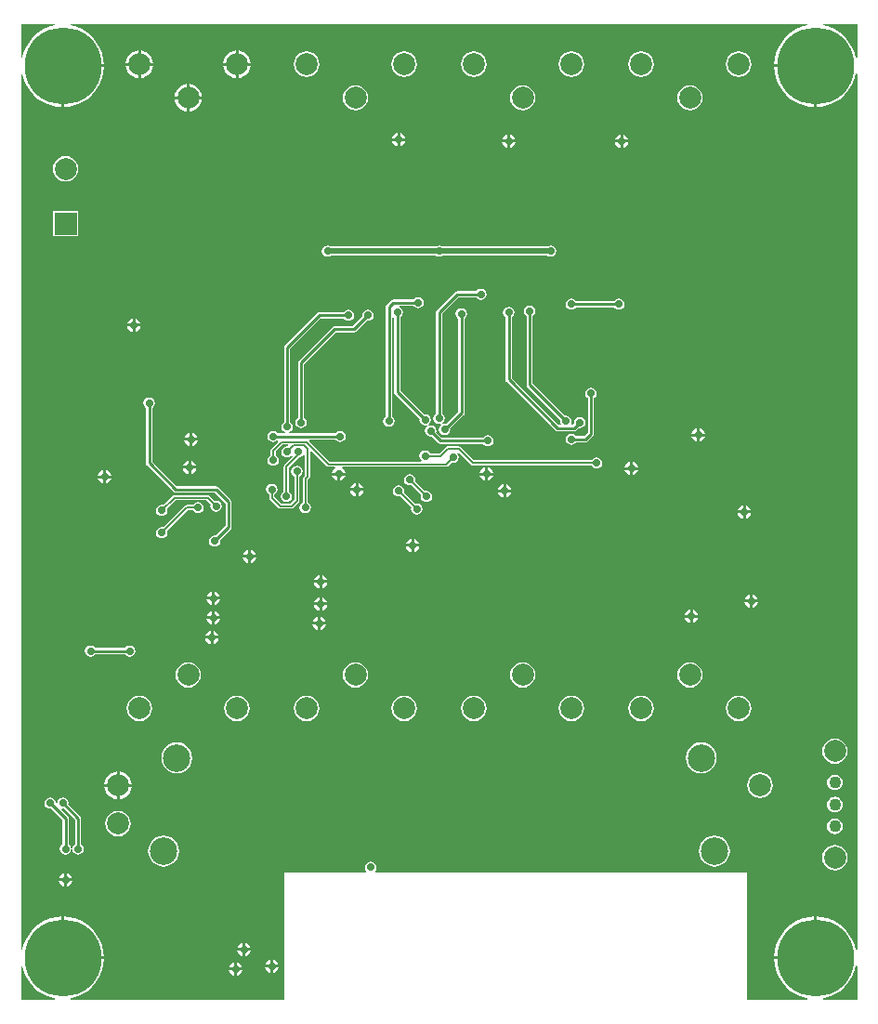
<source format=gbl>
G04*
G04 #@! TF.GenerationSoftware,Altium Limited,Altium Designer,19.1.8 (144)*
G04*
G04 Layer_Physical_Order=2*
G04 Layer_Color=16711680*
%FSLAX25Y25*%
%MOIN*%
G70*
G01*
G75*
%ADD14C,0.01000*%
%ADD18C,0.00600*%
%ADD19C,0.02000*%
%ADD57C,0.04331*%
%ADD58C,0.07874*%
%ADD59C,0.09843*%
%ADD60C,0.27559*%
%ADD61R,0.07874X0.07874*%
%ADD62C,0.02800*%
G36*
X112086Y449500D02*
X110419Y449100D01*
X108270Y448209D01*
X106286Y446994D01*
X104517Y445483D01*
X103006Y443714D01*
X101791Y441730D01*
X100900Y439581D01*
X100500Y437914D01*
X100000Y437973D01*
Y450000D01*
X112027D01*
X112086Y449500D01*
D02*
G37*
G36*
X400000Y437973D02*
X399500Y437914D01*
X399100Y439581D01*
X398209Y441730D01*
X396994Y443714D01*
X395483Y445483D01*
X393714Y446994D01*
X391730Y448209D01*
X389581Y449100D01*
X387914Y449500D01*
X387973Y450000D01*
X400000D01*
Y437973D01*
D02*
G37*
G36*
X382086Y449500D02*
X380419Y449100D01*
X378270Y448209D01*
X376286Y446994D01*
X374517Y445483D01*
X373006Y443714D01*
X371791Y441730D01*
X370900Y439581D01*
X370357Y437319D01*
X370214Y435500D01*
X385000D01*
Y435000D01*
X385500D01*
Y420214D01*
X387319Y420357D01*
X389581Y420900D01*
X391730Y421791D01*
X393714Y423006D01*
X395483Y424517D01*
X396994Y426286D01*
X398209Y428269D01*
X399100Y430419D01*
X399500Y432086D01*
X400000Y432027D01*
Y117973D01*
X399500Y117914D01*
X399100Y119581D01*
X398209Y121730D01*
X396994Y123714D01*
X395483Y125483D01*
X393714Y126994D01*
X391730Y128209D01*
X389581Y129100D01*
X387319Y129643D01*
X385500Y129786D01*
Y115000D01*
X385000D01*
Y114500D01*
X370214D01*
X370357Y112681D01*
X370900Y110419D01*
X371791Y108270D01*
X373006Y106286D01*
X374517Y104517D01*
X376286Y103006D01*
X378270Y101791D01*
X380419Y100900D01*
X382086Y100500D01*
X382027Y100000D01*
X360649D01*
X360649Y145000D01*
X360459Y145459D01*
X360000Y145649D01*
X227162Y145649D01*
X227003Y146149D01*
X227384Y146720D01*
X227539Y147500D01*
X227384Y148280D01*
X226942Y148942D01*
X226280Y149384D01*
X225500Y149539D01*
X224720Y149384D01*
X224058Y148942D01*
X223616Y148280D01*
X223461Y147500D01*
X223616Y146720D01*
X223997Y146149D01*
X223838Y145649D01*
X195000D01*
X194541Y145459D01*
X194351Y145000D01*
X194351Y100000D01*
X117973D01*
X117914Y100500D01*
X119581Y100900D01*
X121730Y101791D01*
X123714Y103006D01*
X125483Y104517D01*
X126994Y106286D01*
X128209Y108270D01*
X129100Y110419D01*
X129643Y112681D01*
X129786Y114500D01*
X115000D01*
Y115000D01*
X114500D01*
Y129786D01*
X112681Y129643D01*
X110419Y129100D01*
X108270Y128209D01*
X106286Y126994D01*
X104517Y125483D01*
X103006Y123714D01*
X101791Y121730D01*
X100900Y119581D01*
X100500Y117914D01*
X100000Y117973D01*
Y432027D01*
X100500Y432086D01*
X100900Y430419D01*
X101791Y428269D01*
X103006Y426286D01*
X104517Y424517D01*
X106286Y423006D01*
X108270Y421791D01*
X110419Y420900D01*
X112681Y420357D01*
X114500Y420214D01*
Y435000D01*
X115000D01*
Y435500D01*
X129786D01*
X129643Y437319D01*
X129100Y439581D01*
X128209Y441730D01*
X126994Y443714D01*
X125483Y445483D01*
X123714Y446994D01*
X121730Y448209D01*
X119581Y449100D01*
X117914Y449500D01*
X117973Y450000D01*
X382027D01*
X382086Y449500D01*
D02*
G37*
G36*
X400000Y112027D02*
Y100000D01*
X387973D01*
X387914Y100500D01*
X389581Y100900D01*
X391730Y101791D01*
X393714Y103006D01*
X395483Y104517D01*
X396994Y106286D01*
X398209Y108270D01*
X399100Y110419D01*
X399500Y112086D01*
X400000Y112027D01*
D02*
G37*
G36*
X100900Y110419D02*
X101791Y108270D01*
X103006Y106286D01*
X104517Y104517D01*
X106286Y103006D01*
X108270Y101791D01*
X110419Y100900D01*
X112086Y100500D01*
X112027Y100000D01*
X100000D01*
Y112027D01*
X100500Y112086D01*
X100900Y110419D01*
D02*
G37*
%LPC*%
G36*
X178000Y440426D02*
Y436012D01*
X182414D01*
X182310Y436801D01*
X181813Y438002D01*
X181021Y439033D01*
X179990Y439824D01*
X178789Y440322D01*
X178000Y440426D01*
D02*
G37*
G36*
X177000D02*
X176211Y440322D01*
X175010Y439824D01*
X173979Y439033D01*
X173187Y438002D01*
X172690Y436801D01*
X172586Y436012D01*
X177000D01*
Y440426D01*
D02*
G37*
G36*
X143000D02*
Y436012D01*
X147414D01*
X147310Y436801D01*
X146812Y438002D01*
X146021Y439033D01*
X144990Y439824D01*
X143789Y440322D01*
X143000Y440426D01*
D02*
G37*
G36*
X142000D02*
X141211Y440322D01*
X140010Y439824D01*
X138979Y439033D01*
X138188Y438002D01*
X137690Y436801D01*
X137586Y436012D01*
X142000D01*
Y440426D01*
D02*
G37*
G36*
X357500Y440088D02*
X356316Y439932D01*
X355212Y439475D01*
X354264Y438748D01*
X353537Y437800D01*
X353080Y436696D01*
X352924Y435512D01*
X353080Y434327D01*
X353537Y433224D01*
X354264Y432276D01*
X355212Y431549D01*
X356316Y431092D01*
X357500Y430936D01*
X358684Y431092D01*
X359788Y431549D01*
X360736Y432276D01*
X361463Y433224D01*
X361920Y434327D01*
X362076Y435512D01*
X361920Y436696D01*
X361463Y437800D01*
X360736Y438748D01*
X359788Y439475D01*
X358684Y439932D01*
X357500Y440088D01*
D02*
G37*
G36*
X322500D02*
X321316Y439932D01*
X320212Y439475D01*
X319264Y438748D01*
X318537Y437800D01*
X318080Y436696D01*
X317924Y435512D01*
X318080Y434327D01*
X318537Y433224D01*
X319264Y432276D01*
X320212Y431549D01*
X321316Y431092D01*
X322500Y430936D01*
X323684Y431092D01*
X324788Y431549D01*
X325736Y432276D01*
X326463Y433224D01*
X326920Y434327D01*
X327076Y435512D01*
X326920Y436696D01*
X326463Y437800D01*
X325736Y438748D01*
X324788Y439475D01*
X323684Y439932D01*
X322500Y440088D01*
D02*
G37*
G36*
X297500D02*
X296316Y439932D01*
X295212Y439475D01*
X294264Y438748D01*
X293537Y437800D01*
X293080Y436696D01*
X292924Y435512D01*
X293080Y434327D01*
X293537Y433224D01*
X294264Y432276D01*
X295212Y431549D01*
X296316Y431092D01*
X297500Y430936D01*
X298684Y431092D01*
X299788Y431549D01*
X300736Y432276D01*
X301463Y433224D01*
X301920Y434327D01*
X302076Y435512D01*
X301920Y436696D01*
X301463Y437800D01*
X300736Y438748D01*
X299788Y439475D01*
X298684Y439932D01*
X297500Y440088D01*
D02*
G37*
G36*
X262500D02*
X261316Y439932D01*
X260212Y439475D01*
X259264Y438748D01*
X258537Y437800D01*
X258080Y436696D01*
X257924Y435512D01*
X258080Y434327D01*
X258537Y433224D01*
X259264Y432276D01*
X260212Y431549D01*
X261316Y431092D01*
X262500Y430936D01*
X263684Y431092D01*
X264788Y431549D01*
X265736Y432276D01*
X266463Y433224D01*
X266920Y434327D01*
X267076Y435512D01*
X266920Y436696D01*
X266463Y437800D01*
X265736Y438748D01*
X264788Y439475D01*
X263684Y439932D01*
X262500Y440088D01*
D02*
G37*
G36*
X237500D02*
X236316Y439932D01*
X235212Y439475D01*
X234264Y438748D01*
X233537Y437800D01*
X233080Y436696D01*
X232924Y435512D01*
X233080Y434327D01*
X233537Y433224D01*
X234264Y432276D01*
X235212Y431549D01*
X236316Y431092D01*
X237500Y430936D01*
X238684Y431092D01*
X239788Y431549D01*
X240736Y432276D01*
X241463Y433224D01*
X241920Y434327D01*
X242076Y435512D01*
X241920Y436696D01*
X241463Y437800D01*
X240736Y438748D01*
X239788Y439475D01*
X238684Y439932D01*
X237500Y440088D01*
D02*
G37*
G36*
X202500D02*
X201316Y439932D01*
X200212Y439475D01*
X199264Y438748D01*
X198537Y437800D01*
X198080Y436696D01*
X197924Y435512D01*
X198080Y434327D01*
X198537Y433224D01*
X199264Y432276D01*
X200212Y431549D01*
X201316Y431092D01*
X202500Y430936D01*
X203684Y431092D01*
X204788Y431549D01*
X205736Y432276D01*
X206463Y433224D01*
X206920Y434327D01*
X207076Y435512D01*
X206920Y436696D01*
X206463Y437800D01*
X205736Y438748D01*
X204788Y439475D01*
X203684Y439932D01*
X202500Y440088D01*
D02*
G37*
G36*
X142000Y435012D02*
X137586D01*
X137690Y434223D01*
X138188Y433022D01*
X138979Y431991D01*
X140010Y431199D01*
X141211Y430702D01*
X142000Y430598D01*
Y435012D01*
D02*
G37*
G36*
X182414Y435012D02*
X178000D01*
Y430598D01*
X178789Y430702D01*
X179990Y431199D01*
X181021Y431991D01*
X181813Y433022D01*
X182310Y434223D01*
X182414Y435012D01*
D02*
G37*
G36*
X177000D02*
X172586D01*
X172690Y434223D01*
X173187Y433022D01*
X173979Y431991D01*
X175010Y431199D01*
X176211Y430702D01*
X177000Y430598D01*
Y435012D01*
D02*
G37*
G36*
X147414Y435012D02*
X143000D01*
Y430598D01*
X143789Y430702D01*
X144990Y431199D01*
X146021Y431991D01*
X146812Y433022D01*
X147310Y434223D01*
X147414Y435012D01*
D02*
G37*
G36*
X160500Y428418D02*
Y424004D01*
X164914D01*
X164810Y424793D01*
X164313Y425994D01*
X163521Y427025D01*
X162490Y427816D01*
X161289Y428314D01*
X160500Y428418D01*
D02*
G37*
G36*
X159500Y428418D02*
X158711Y428314D01*
X157510Y427816D01*
X156479Y427025D01*
X155687Y425994D01*
X155190Y424793D01*
X155086Y424004D01*
X159500D01*
Y428418D01*
D02*
G37*
G36*
X384500Y434500D02*
X370214D01*
X370357Y432681D01*
X370900Y430419D01*
X371791Y428269D01*
X373006Y426286D01*
X374517Y424517D01*
X376286Y423006D01*
X378270Y421791D01*
X380419Y420900D01*
X382681Y420357D01*
X384500Y420214D01*
Y434500D01*
D02*
G37*
G36*
X129786D02*
X115500D01*
Y420214D01*
X117319Y420357D01*
X119581Y420900D01*
X121730Y421791D01*
X123714Y423006D01*
X125483Y424517D01*
X126994Y426286D01*
X128209Y428269D01*
X129100Y430419D01*
X129643Y432681D01*
X129786Y434500D01*
D02*
G37*
G36*
X340000Y428080D02*
X338816Y427924D01*
X337712Y427467D01*
X336764Y426740D01*
X336037Y425792D01*
X335580Y424688D01*
X335424Y423504D01*
X335580Y422320D01*
X336037Y421216D01*
X336764Y420268D01*
X337712Y419541D01*
X338816Y419084D01*
X340000Y418928D01*
X341184Y419084D01*
X342288Y419541D01*
X343236Y420268D01*
X343963Y421216D01*
X344420Y422320D01*
X344576Y423504D01*
X344420Y424688D01*
X343963Y425792D01*
X343236Y426740D01*
X342288Y427467D01*
X341184Y427924D01*
X340000Y428080D01*
D02*
G37*
G36*
X280000D02*
X278816Y427924D01*
X277712Y427467D01*
X276764Y426740D01*
X276037Y425792D01*
X275580Y424688D01*
X275424Y423504D01*
X275580Y422320D01*
X276037Y421216D01*
X276764Y420268D01*
X277712Y419541D01*
X278816Y419084D01*
X280000Y418928D01*
X281184Y419084D01*
X282288Y419541D01*
X283236Y420268D01*
X283963Y421216D01*
X284420Y422320D01*
X284576Y423504D01*
X284420Y424688D01*
X283963Y425792D01*
X283236Y426740D01*
X282288Y427467D01*
X281184Y427924D01*
X280000Y428080D01*
D02*
G37*
G36*
X220000D02*
X218816Y427924D01*
X217712Y427467D01*
X216764Y426740D01*
X216037Y425792D01*
X215580Y424688D01*
X215424Y423504D01*
X215580Y422320D01*
X216037Y421216D01*
X216764Y420268D01*
X217712Y419541D01*
X218816Y419084D01*
X220000Y418928D01*
X221184Y419084D01*
X222288Y419541D01*
X223236Y420268D01*
X223963Y421216D01*
X224420Y422320D01*
X224576Y423504D01*
X224420Y424688D01*
X223963Y425792D01*
X223236Y426740D01*
X222288Y427467D01*
X221184Y427924D01*
X220000Y428080D01*
D02*
G37*
G36*
X159500Y423004D02*
X155086D01*
X155190Y422215D01*
X155687Y421014D01*
X156479Y419983D01*
X157510Y419192D01*
X158711Y418694D01*
X159500Y418590D01*
Y423004D01*
D02*
G37*
G36*
X164914D02*
X160500D01*
Y418590D01*
X161289Y418694D01*
X162490Y419192D01*
X163521Y419983D01*
X164313Y421014D01*
X164810Y422215D01*
X164914Y423004D01*
D02*
G37*
G36*
X236000Y410848D02*
Y409000D01*
X237848D01*
X237761Y409436D01*
X237230Y410230D01*
X236436Y410761D01*
X236000Y410848D01*
D02*
G37*
G36*
X235000D02*
X234564Y410761D01*
X233770Y410230D01*
X233239Y409436D01*
X233152Y409000D01*
X235000D01*
Y410848D01*
D02*
G37*
G36*
X316000Y410348D02*
Y408500D01*
X317848D01*
X317761Y408936D01*
X317230Y409730D01*
X316436Y410261D01*
X316000Y410348D01*
D02*
G37*
G36*
X315000D02*
X314564Y410261D01*
X313770Y409730D01*
X313239Y408936D01*
X313152Y408500D01*
X315000D01*
Y410348D01*
D02*
G37*
G36*
X275500D02*
Y408500D01*
X277348D01*
X277261Y408936D01*
X276730Y409730D01*
X275936Y410261D01*
X275500Y410348D01*
D02*
G37*
G36*
X274500D02*
X274064Y410261D01*
X273270Y409730D01*
X272739Y408936D01*
X272652Y408500D01*
X274500D01*
Y410348D01*
D02*
G37*
G36*
X237848Y408000D02*
X236000D01*
Y406152D01*
X236436Y406239D01*
X237230Y406770D01*
X237761Y407564D01*
X237848Y408000D01*
D02*
G37*
G36*
X235000D02*
X233152D01*
X233239Y407564D01*
X233770Y406770D01*
X234564Y406239D01*
X235000Y406152D01*
Y408000D01*
D02*
G37*
G36*
X317848Y407500D02*
X316000D01*
Y405652D01*
X316436Y405739D01*
X317230Y406270D01*
X317761Y407064D01*
X317848Y407500D01*
D02*
G37*
G36*
X315000D02*
X313152D01*
X313239Y407064D01*
X313770Y406270D01*
X314564Y405739D01*
X315000Y405652D01*
Y407500D01*
D02*
G37*
G36*
X277348D02*
X275500D01*
Y405652D01*
X275936Y405739D01*
X276730Y406270D01*
X277261Y407064D01*
X277348Y407500D01*
D02*
G37*
G36*
X274500D02*
X272652D01*
X272739Y407064D01*
X273270Y406270D01*
X274064Y405739D01*
X274500Y405652D01*
Y407500D01*
D02*
G37*
G36*
X116000Y402576D02*
X114816Y402420D01*
X113712Y401963D01*
X112764Y401236D01*
X112037Y400288D01*
X111580Y399184D01*
X111424Y398000D01*
X111580Y396816D01*
X112037Y395712D01*
X112764Y394764D01*
X113712Y394037D01*
X114816Y393580D01*
X116000Y393424D01*
X117184Y393580D01*
X118288Y394037D01*
X119236Y394764D01*
X119963Y395712D01*
X120420Y396816D01*
X120576Y398000D01*
X120420Y399184D01*
X119963Y400288D01*
X119236Y401236D01*
X118288Y401963D01*
X117184Y402420D01*
X116000Y402576D01*
D02*
G37*
G36*
X120537Y382852D02*
X111463D01*
Y373778D01*
X120537D01*
Y382852D01*
D02*
G37*
G36*
X290000Y370539D02*
X289220Y370384D01*
X288842Y370131D01*
X251158D01*
X250780Y370384D01*
X250000Y370539D01*
X249220Y370384D01*
X248842Y370131D01*
X211158D01*
X210780Y370384D01*
X210000Y370539D01*
X209220Y370384D01*
X208558Y369942D01*
X208116Y369280D01*
X207961Y368500D01*
X208116Y367720D01*
X208558Y367058D01*
X209220Y366616D01*
X210000Y366461D01*
X210780Y366616D01*
X211158Y366869D01*
X248842D01*
X249220Y366616D01*
X250000Y366461D01*
X250780Y366616D01*
X251158Y366869D01*
X288842D01*
X289220Y366616D01*
X290000Y366461D01*
X290780Y366616D01*
X291442Y367058D01*
X291884Y367720D01*
X292039Y368500D01*
X291884Y369280D01*
X291442Y369942D01*
X290780Y370384D01*
X290000Y370539D01*
D02*
G37*
G36*
X265000Y355039D02*
X264220Y354884D01*
X263558Y354442D01*
X263344Y354121D01*
X256500D01*
X256500Y354122D01*
X256071Y354036D01*
X255707Y353793D01*
X255707Y353793D01*
X249207Y347293D01*
X248964Y346929D01*
X248878Y346500D01*
X248879Y346500D01*
Y310156D01*
X248558Y309942D01*
X248116Y309280D01*
X247961Y308500D01*
X248116Y307720D01*
X248558Y307058D01*
X249220Y306616D01*
X250000Y306461D01*
X250619Y306584D01*
X250814Y306113D01*
X250558Y305942D01*
X250116Y305280D01*
X249961Y304500D01*
X250116Y303720D01*
X250558Y303058D01*
X251220Y302616D01*
X252000Y302461D01*
X252780Y302616D01*
X253442Y303058D01*
X253884Y303720D01*
X254039Y304500D01*
X253964Y304878D01*
X258793Y309707D01*
X258793Y309707D01*
X259036Y310071D01*
X259122Y310500D01*
X259121Y310500D01*
Y344344D01*
X259442Y344558D01*
X259884Y345220D01*
X260039Y346000D01*
X259884Y346780D01*
X259442Y347442D01*
X258780Y347884D01*
X258000Y348039D01*
X257220Y347884D01*
X256558Y347442D01*
X256116Y346780D01*
X255961Y346000D01*
X256116Y345220D01*
X256558Y344558D01*
X256878Y344344D01*
Y310965D01*
X252378Y306464D01*
X252000Y306539D01*
X251381Y306416D01*
X251186Y306887D01*
X251442Y307058D01*
X251884Y307720D01*
X252039Y308500D01*
X251884Y309280D01*
X251442Y309942D01*
X251121Y310156D01*
Y346035D01*
X256965Y351878D01*
X263344D01*
X263558Y351558D01*
X264220Y351116D01*
X265000Y350961D01*
X265780Y351116D01*
X266442Y351558D01*
X266884Y352220D01*
X267039Y353000D01*
X266884Y353780D01*
X266442Y354442D01*
X265780Y354884D01*
X265000Y355039D01*
D02*
G37*
G36*
X242500Y352039D02*
X241720Y351884D01*
X241058Y351442D01*
X240844Y351121D01*
X233500D01*
X233500Y351122D01*
X233071Y351036D01*
X232707Y350793D01*
X231207Y349293D01*
X230964Y348929D01*
X230878Y348500D01*
X230878Y348500D01*
Y309156D01*
X230558Y308942D01*
X230116Y308280D01*
X229961Y307500D01*
X230116Y306720D01*
X230558Y306058D01*
X231220Y305616D01*
X232000Y305461D01*
X232780Y305616D01*
X233442Y306058D01*
X233884Y306720D01*
X234039Y307500D01*
X233884Y308280D01*
X233442Y308942D01*
X233121Y309156D01*
Y344576D01*
X233622Y344820D01*
X233878Y344630D01*
Y318000D01*
X233878Y318000D01*
X233964Y317571D01*
X234207Y317207D01*
X243036Y308378D01*
X242961Y308000D01*
X243116Y307220D01*
X243558Y306558D01*
X244220Y306116D01*
X245000Y305961D01*
X245619Y306084D01*
X245814Y305613D01*
X245558Y305442D01*
X245116Y304780D01*
X244961Y304000D01*
X245116Y303220D01*
X245558Y302558D01*
X246220Y302116D01*
X247000Y301961D01*
X247378Y302036D01*
X249707Y299707D01*
X249707Y299707D01*
X250071Y299464D01*
X250500Y299378D01*
X250500Y299378D01*
X265844D01*
X266058Y299058D01*
X266720Y298616D01*
X267500Y298461D01*
X268280Y298616D01*
X268942Y299058D01*
X269384Y299720D01*
X269539Y300500D01*
X269384Y301280D01*
X268942Y301942D01*
X268280Y302384D01*
X267500Y302539D01*
X266720Y302384D01*
X266058Y301942D01*
X265844Y301622D01*
X250965D01*
X248964Y303622D01*
X249039Y304000D01*
X248884Y304780D01*
X248442Y305442D01*
X247780Y305884D01*
X247000Y306039D01*
X246381Y305916D01*
X246186Y306387D01*
X246442Y306558D01*
X246884Y307220D01*
X247039Y308000D01*
X246884Y308780D01*
X246442Y309442D01*
X245780Y309884D01*
X245000Y310039D01*
X244622Y309964D01*
X236122Y318465D01*
Y344844D01*
X236442Y345058D01*
X236884Y345720D01*
X237039Y346500D01*
X236884Y347280D01*
X236442Y347942D01*
X235780Y348384D01*
X235857Y348879D01*
X240844D01*
X241058Y348558D01*
X241720Y348116D01*
X242500Y347961D01*
X243280Y348116D01*
X243942Y348558D01*
X244384Y349220D01*
X244539Y350000D01*
X244384Y350780D01*
X243942Y351442D01*
X243280Y351884D01*
X242500Y352039D01*
D02*
G37*
G36*
X314500Y351539D02*
X313720Y351384D01*
X313058Y350942D01*
X312844Y350622D01*
X299156D01*
X298942Y350942D01*
X298280Y351384D01*
X297500Y351539D01*
X296720Y351384D01*
X296058Y350942D01*
X295616Y350280D01*
X295461Y349500D01*
X295616Y348720D01*
X296058Y348058D01*
X296720Y347616D01*
X297500Y347461D01*
X298280Y347616D01*
X298942Y348058D01*
X299156Y348378D01*
X312844D01*
X313058Y348058D01*
X313720Y347616D01*
X314500Y347461D01*
X315280Y347616D01*
X315942Y348058D01*
X316384Y348720D01*
X316539Y349500D01*
X316384Y350280D01*
X315942Y350942D01*
X315280Y351384D01*
X314500Y351539D01*
D02*
G37*
G36*
X217500Y347539D02*
X216720Y347384D01*
X216058Y346942D01*
X215844Y346621D01*
X207000D01*
X207000Y346622D01*
X206571Y346536D01*
X206207Y346293D01*
X206207Y346293D01*
X194707Y334793D01*
X194464Y334429D01*
X194378Y334000D01*
X194378Y334000D01*
Y307156D01*
X194058Y306942D01*
X193616Y306280D01*
X193461Y305500D01*
X193616Y304720D01*
X194058Y304058D01*
X194720Y303616D01*
X194643Y303121D01*
X192156D01*
X191942Y303442D01*
X191280Y303884D01*
X190500Y304039D01*
X189720Y303884D01*
X189058Y303442D01*
X188616Y302780D01*
X188461Y302000D01*
X188616Y301220D01*
X189058Y300558D01*
X189720Y300116D01*
X190500Y299961D01*
X191280Y300116D01*
X191942Y300558D01*
X191956Y300580D01*
X192064Y300569D01*
X192250Y300048D01*
X189851Y297649D01*
X189652Y297351D01*
X189582Y297000D01*
Y295292D01*
X189058Y294942D01*
X188616Y294280D01*
X188461Y293500D01*
X188616Y292720D01*
X189058Y292058D01*
X189720Y291616D01*
X190500Y291461D01*
X191280Y291616D01*
X191942Y292058D01*
X192384Y292720D01*
X192539Y293500D01*
X192384Y294280D01*
X191942Y294942D01*
X191418Y295292D01*
Y296620D01*
X193880Y299082D01*
X195698D01*
X195935Y298582D01*
X195844Y298471D01*
X195500Y298539D01*
X194720Y298384D01*
X194058Y297942D01*
X193616Y297280D01*
X193461Y296500D01*
X193616Y295720D01*
X194058Y295058D01*
X194720Y294616D01*
X195500Y294461D01*
X196280Y294616D01*
X196942Y295058D01*
X197014Y295165D01*
X197578Y295110D01*
X197646Y294944D01*
X194567Y291865D01*
X194368Y291567D01*
X194298Y291216D01*
Y282255D01*
X193774Y281905D01*
X193332Y281243D01*
X193177Y280463D01*
X193332Y279683D01*
X193774Y279021D01*
X194435Y278579D01*
X195216Y278424D01*
X195996Y278579D01*
X196658Y279021D01*
X197100Y279683D01*
X197255Y280463D01*
X197100Y281243D01*
X196658Y281905D01*
X196133Y282255D01*
Y290836D01*
X199823Y294525D01*
X200280Y294616D01*
X200942Y295058D01*
X201384Y295720D01*
X201882Y295662D01*
Y288054D01*
X201351Y287523D01*
X201152Y287225D01*
X201082Y286874D01*
Y278292D01*
X200558Y277942D01*
X200116Y277280D01*
X199961Y276500D01*
X200116Y275720D01*
X200558Y275058D01*
X201220Y274616D01*
X202000Y274461D01*
X202780Y274616D01*
X203442Y275058D01*
X203884Y275720D01*
X204039Y276500D01*
X203884Y277280D01*
X203442Y277942D01*
X202918Y278292D01*
Y286494D01*
X203449Y287025D01*
X203648Y287323D01*
X203718Y287674D01*
Y296778D01*
X204218Y296985D01*
X209851Y291351D01*
X210149Y291152D01*
X210500Y291082D01*
X212645D01*
X212797Y290582D01*
X212270Y290230D01*
X211739Y289436D01*
X211652Y289000D01*
X216348D01*
X216261Y289436D01*
X215730Y290230D01*
X215203Y290582D01*
X215355Y291082D01*
X252500D01*
X252851Y291152D01*
X253149Y291351D01*
X254382Y292584D01*
X255000Y292461D01*
X255780Y292616D01*
X256442Y293058D01*
X256884Y293720D01*
X257039Y294500D01*
X256884Y295280D01*
X256553Y295776D01*
X256680Y296264D01*
X256734Y296337D01*
X256839Y296363D01*
X261351Y291851D01*
X261649Y291652D01*
X262000Y291582D01*
X304708D01*
X305058Y291058D01*
X305720Y290616D01*
X306500Y290461D01*
X307280Y290616D01*
X307942Y291058D01*
X308384Y291720D01*
X308539Y292500D01*
X308384Y293280D01*
X307942Y293942D01*
X307280Y294384D01*
X306500Y294539D01*
X305720Y294384D01*
X305058Y293942D01*
X304708Y293418D01*
X262380D01*
X257649Y298149D01*
X257351Y298348D01*
X257000Y298418D01*
X253000D01*
X252649Y298348D01*
X252351Y298149D01*
X250120Y295918D01*
X246792D01*
X246442Y296442D01*
X245780Y296884D01*
X245000Y297039D01*
X244220Y296884D01*
X243558Y296442D01*
X243116Y295780D01*
X242961Y295000D01*
X243116Y294220D01*
X243558Y293558D01*
X243768Y293418D01*
X243617Y292918D01*
X210880D01*
X203419Y300378D01*
X203626Y300879D01*
X212844D01*
X213058Y300558D01*
X213720Y300116D01*
X214500Y299961D01*
X215280Y300116D01*
X215942Y300558D01*
X216384Y301220D01*
X216539Y302000D01*
X216384Y302780D01*
X215942Y303442D01*
X215280Y303884D01*
X214500Y304039D01*
X213720Y303884D01*
X213058Y303442D01*
X212844Y303121D01*
X196357D01*
X196280Y303616D01*
X196942Y304058D01*
X197384Y304720D01*
X197539Y305500D01*
X197384Y306280D01*
X196942Y306942D01*
X196622Y307156D01*
Y333535D01*
X207465Y344378D01*
X215844D01*
X216058Y344058D01*
X216720Y343616D01*
X217500Y343461D01*
X218280Y343616D01*
X218942Y344058D01*
X219384Y344720D01*
X219539Y345500D01*
X219384Y346280D01*
X218942Y346942D01*
X218280Y347384D01*
X217500Y347539D01*
D02*
G37*
G36*
X224500D02*
X223720Y347384D01*
X223058Y346942D01*
X222616Y346280D01*
X222461Y345500D01*
X222536Y345122D01*
X219035Y341621D01*
X212500D01*
X212071Y341536D01*
X211707Y341293D01*
X211707Y341293D01*
X199707Y329293D01*
X199464Y328929D01*
X199378Y328500D01*
X199378Y328500D01*
Y308656D01*
X199058Y308442D01*
X198616Y307780D01*
X198461Y307000D01*
X198616Y306220D01*
X199058Y305558D01*
X199720Y305116D01*
X200500Y304961D01*
X201280Y305116D01*
X201942Y305558D01*
X202384Y306220D01*
X202539Y307000D01*
X202384Y307780D01*
X201942Y308442D01*
X201622Y308656D01*
Y328035D01*
X212965Y339378D01*
X219500D01*
X219500Y339378D01*
X219929Y339464D01*
X220293Y339707D01*
X224122Y343536D01*
X224500Y343461D01*
X225280Y343616D01*
X225942Y344058D01*
X226384Y344720D01*
X226539Y345500D01*
X226384Y346280D01*
X225942Y346942D01*
X225280Y347384D01*
X224500Y347539D01*
D02*
G37*
G36*
X141000Y344348D02*
Y342500D01*
X142848D01*
X142761Y342936D01*
X142230Y343730D01*
X141436Y344261D01*
X141000Y344348D01*
D02*
G37*
G36*
X140000D02*
X139564Y344261D01*
X138770Y343730D01*
X138239Y342936D01*
X138152Y342500D01*
X140000D01*
Y344348D01*
D02*
G37*
G36*
X142848Y341500D02*
X141000D01*
Y339652D01*
X141436Y339739D01*
X142230Y340270D01*
X142761Y341064D01*
X142848Y341500D01*
D02*
G37*
G36*
X140000D02*
X138152D01*
X138239Y341064D01*
X138770Y340270D01*
X139564Y339739D01*
X140000Y339652D01*
Y341500D01*
D02*
G37*
G36*
X282500Y349039D02*
X281720Y348884D01*
X281058Y348442D01*
X280616Y347780D01*
X280461Y347000D01*
X280616Y346220D01*
X281058Y345558D01*
X281379Y345344D01*
Y320500D01*
X281378Y320500D01*
X281464Y320071D01*
X281707Y319707D01*
X293536Y307878D01*
X293461Y307500D01*
X293616Y306720D01*
X293721Y306562D01*
X293485Y306121D01*
X292965D01*
X276121Y322965D01*
Y344844D01*
X276442Y345058D01*
X276884Y345720D01*
X277039Y346500D01*
X276884Y347280D01*
X276442Y347942D01*
X275780Y348384D01*
X275000Y348539D01*
X274220Y348384D01*
X273558Y347942D01*
X273116Y347280D01*
X272961Y346500D01*
X273116Y345720D01*
X273558Y345058D01*
X273879Y344844D01*
Y322500D01*
X273878Y322500D01*
X273964Y322071D01*
X274207Y321707D01*
X291707Y304207D01*
X291707Y304207D01*
X292071Y303964D01*
X292500Y303878D01*
X292500Y303878D01*
X298399D01*
X298399Y303878D01*
X298828Y303964D01*
X299192Y304207D01*
X300038Y305053D01*
X300500Y304961D01*
X301280Y305116D01*
X301942Y305558D01*
X302384Y306220D01*
X302539Y307000D01*
X302384Y307780D01*
X301942Y308442D01*
X301280Y308884D01*
X300500Y309039D01*
X299720Y308884D01*
X299058Y308442D01*
X298616Y307780D01*
X298461Y307000D01*
X298519Y306707D01*
X297975Y306162D01*
X297565Y306198D01*
X297337Y306649D01*
X297384Y306720D01*
X297539Y307500D01*
X297384Y308280D01*
X296942Y308942D01*
X296280Y309384D01*
X295500Y309539D01*
X295122Y309464D01*
X283622Y320965D01*
Y345344D01*
X283942Y345558D01*
X284384Y346220D01*
X284539Y347000D01*
X284384Y347780D01*
X283942Y348442D01*
X283280Y348884D01*
X282500Y349039D01*
D02*
G37*
G36*
X343500Y304848D02*
Y303000D01*
X345348D01*
X345261Y303436D01*
X344730Y304230D01*
X343936Y304761D01*
X343500Y304848D01*
D02*
G37*
G36*
X342500D02*
X342064Y304761D01*
X341270Y304230D01*
X340739Y303436D01*
X340652Y303000D01*
X342500D01*
Y304848D01*
D02*
G37*
G36*
X304500Y319539D02*
X303720Y319384D01*
X303058Y318942D01*
X302616Y318280D01*
X302461Y317500D01*
X302616Y316720D01*
X303058Y316058D01*
X303379Y315844D01*
Y303465D01*
X302035Y302121D01*
X299156D01*
X298942Y302442D01*
X298280Y302884D01*
X297500Y303039D01*
X296720Y302884D01*
X296058Y302442D01*
X295616Y301780D01*
X295461Y301000D01*
X295616Y300220D01*
X296058Y299558D01*
X296720Y299116D01*
X297500Y298961D01*
X298280Y299116D01*
X298942Y299558D01*
X299156Y299879D01*
X302500D01*
X302500Y299878D01*
X302929Y299964D01*
X303293Y300207D01*
X305293Y302207D01*
X305293Y302207D01*
X305536Y302571D01*
X305622Y303000D01*
X305622Y303000D01*
Y315844D01*
X305942Y316058D01*
X306384Y316720D01*
X306539Y317500D01*
X306384Y318280D01*
X305942Y318942D01*
X305280Y319384D01*
X304500Y319539D01*
D02*
G37*
G36*
X161500Y303348D02*
Y301500D01*
X163348D01*
X163261Y301936D01*
X162730Y302730D01*
X161936Y303261D01*
X161500Y303348D01*
D02*
G37*
G36*
X160500D02*
X160064Y303261D01*
X159270Y302730D01*
X158739Y301936D01*
X158652Y301500D01*
X160500D01*
Y303348D01*
D02*
G37*
G36*
X345348Y302000D02*
X343500D01*
Y300152D01*
X343936Y300239D01*
X344730Y300770D01*
X345261Y301564D01*
X345348Y302000D01*
D02*
G37*
G36*
X342500D02*
X340652D01*
X340739Y301564D01*
X341270Y300770D01*
X342064Y300239D01*
X342500Y300152D01*
Y302000D01*
D02*
G37*
G36*
X163348Y300500D02*
X161500D01*
Y298652D01*
X161936Y298739D01*
X162730Y299270D01*
X163261Y300064D01*
X163348Y300500D01*
D02*
G37*
G36*
X160500D02*
X158652D01*
X158739Y300064D01*
X159270Y299270D01*
X160064Y298739D01*
X160500Y298652D01*
Y300500D01*
D02*
G37*
G36*
X161000Y293348D02*
Y291500D01*
X162848D01*
X162761Y291936D01*
X162230Y292730D01*
X161436Y293261D01*
X161000Y293348D01*
D02*
G37*
G36*
X160000D02*
X159564Y293261D01*
X158770Y292730D01*
X158239Y291936D01*
X158152Y291500D01*
X160000D01*
Y293348D01*
D02*
G37*
G36*
X319500Y292848D02*
Y291000D01*
X321348D01*
X321261Y291436D01*
X320730Y292230D01*
X319936Y292761D01*
X319500Y292848D01*
D02*
G37*
G36*
X318500D02*
X318064Y292761D01*
X317270Y292230D01*
X316739Y291436D01*
X316652Y291000D01*
X318500D01*
Y292848D01*
D02*
G37*
G36*
X267500Y290848D02*
Y289000D01*
X269348D01*
X269261Y289436D01*
X268730Y290230D01*
X267936Y290761D01*
X267500Y290848D01*
D02*
G37*
G36*
X266500D02*
X266064Y290761D01*
X265270Y290230D01*
X264739Y289436D01*
X264652Y289000D01*
X266500D01*
Y290848D01*
D02*
G37*
G36*
X162848Y290500D02*
X161000D01*
Y288652D01*
X161436Y288739D01*
X162230Y289270D01*
X162761Y290064D01*
X162848Y290500D01*
D02*
G37*
G36*
X160000D02*
X158152D01*
X158239Y290064D01*
X158770Y289270D01*
X159564Y288739D01*
X160000Y288652D01*
Y290500D01*
D02*
G37*
G36*
X321348Y290000D02*
X319500D01*
Y288152D01*
X319936Y288239D01*
X320730Y288770D01*
X321261Y289564D01*
X321348Y290000D01*
D02*
G37*
G36*
X318500D02*
X316652D01*
X316739Y289564D01*
X317270Y288770D01*
X318064Y288239D01*
X318500Y288152D01*
Y290000D01*
D02*
G37*
G36*
X130500Y289848D02*
Y288000D01*
X132348D01*
X132261Y288436D01*
X131730Y289230D01*
X130936Y289761D01*
X130500Y289848D01*
D02*
G37*
G36*
X129500D02*
X129064Y289761D01*
X128270Y289230D01*
X127739Y288436D01*
X127652Y288000D01*
X129500D01*
Y289848D01*
D02*
G37*
G36*
X269348Y288000D02*
X267500D01*
Y286152D01*
X267936Y286239D01*
X268730Y286770D01*
X269261Y287564D01*
X269348Y288000D01*
D02*
G37*
G36*
X266500D02*
X264652D01*
X264739Y287564D01*
X265270Y286770D01*
X266064Y286239D01*
X266500Y286152D01*
Y288000D01*
D02*
G37*
G36*
X216348D02*
X214500D01*
Y286152D01*
X214936Y286239D01*
X215730Y286770D01*
X216261Y287564D01*
X216348Y288000D01*
D02*
G37*
G36*
X213500D02*
X211652D01*
X211739Y287564D01*
X212270Y286770D01*
X213064Y286239D01*
X213500Y286152D01*
Y288000D01*
D02*
G37*
G36*
X132348Y287000D02*
X130500D01*
Y285152D01*
X130936Y285239D01*
X131730Y285770D01*
X132261Y286564D01*
X132348Y287000D01*
D02*
G37*
G36*
X129500D02*
X127652D01*
X127739Y286564D01*
X128270Y285770D01*
X129064Y285239D01*
X129500Y285152D01*
Y287000D01*
D02*
G37*
G36*
X221000Y285348D02*
Y283500D01*
X222848D01*
X222761Y283936D01*
X222230Y284730D01*
X221436Y285261D01*
X221000Y285348D01*
D02*
G37*
G36*
X220000D02*
X219564Y285261D01*
X218770Y284730D01*
X218239Y283936D01*
X218152Y283500D01*
X220000D01*
Y285348D01*
D02*
G37*
G36*
X274000Y284848D02*
Y283000D01*
X275848D01*
X275761Y283436D01*
X275230Y284230D01*
X274436Y284761D01*
X274000Y284848D01*
D02*
G37*
G36*
X273000D02*
X272564Y284761D01*
X271770Y284230D01*
X271239Y283436D01*
X271152Y283000D01*
X273000D01*
Y284848D01*
D02*
G37*
G36*
X222848Y282500D02*
X221000D01*
Y280652D01*
X221436Y280739D01*
X222230Y281270D01*
X222761Y282064D01*
X222848Y282500D01*
D02*
G37*
G36*
X220000D02*
X218152D01*
X218239Y282064D01*
X218770Y281270D01*
X219564Y280739D01*
X220000Y280652D01*
Y282500D01*
D02*
G37*
G36*
X275848Y282000D02*
X274000D01*
Y280152D01*
X274436Y280239D01*
X275230Y280770D01*
X275761Y281564D01*
X275848Y282000D01*
D02*
G37*
G36*
X273000D02*
X271152D01*
X271239Y281564D01*
X271770Y280770D01*
X272564Y280239D01*
X273000Y280152D01*
Y282000D01*
D02*
G37*
G36*
X239500Y288539D02*
X238720Y288384D01*
X238058Y287942D01*
X237616Y287280D01*
X237461Y286500D01*
X237616Y285720D01*
X238058Y285058D01*
X238720Y284616D01*
X239500Y284461D01*
X240118Y284584D01*
X243584Y281118D01*
X243461Y280500D01*
X243616Y279720D01*
X244058Y279058D01*
X244720Y278616D01*
X245500Y278461D01*
X246280Y278616D01*
X246942Y279058D01*
X247384Y279720D01*
X247539Y280500D01*
X247384Y281280D01*
X246942Y281942D01*
X246280Y282384D01*
X245500Y282539D01*
X244882Y282416D01*
X241416Y285882D01*
X241539Y286500D01*
X241384Y287280D01*
X240942Y287942D01*
X240280Y288384D01*
X239500Y288539D01*
D02*
G37*
G36*
X199000Y291539D02*
X198220Y291384D01*
X197558Y290942D01*
X197116Y290280D01*
X196961Y289500D01*
X197116Y288720D01*
X197558Y288058D01*
X198082Y287708D01*
Y279380D01*
X196620Y277918D01*
X193380D01*
X190918Y280380D01*
Y281208D01*
X191442Y281558D01*
X191884Y282220D01*
X192039Y283000D01*
X191884Y283780D01*
X191442Y284442D01*
X190780Y284884D01*
X190000Y285039D01*
X189220Y284884D01*
X188558Y284442D01*
X188116Y283780D01*
X187961Y283000D01*
X188116Y282220D01*
X188558Y281558D01*
X189082Y281208D01*
Y280000D01*
X189152Y279649D01*
X189351Y279351D01*
X192351Y276351D01*
X192649Y276152D01*
X193000Y276082D01*
X197000D01*
X197351Y276152D01*
X197649Y276351D01*
X199649Y278351D01*
X199848Y278649D01*
X199918Y279000D01*
Y287708D01*
X200442Y288058D01*
X200884Y288720D01*
X201039Y289500D01*
X200884Y290280D01*
X200442Y290942D01*
X199780Y291384D01*
X199000Y291539D01*
D02*
G37*
G36*
X360000Y277348D02*
Y275500D01*
X361848D01*
X361761Y275936D01*
X361230Y276730D01*
X360436Y277261D01*
X360000Y277348D01*
D02*
G37*
G36*
X359000D02*
X358564Y277261D01*
X357770Y276730D01*
X357239Y275936D01*
X357152Y275500D01*
X359000D01*
Y277348D01*
D02*
G37*
G36*
X167000Y280918D02*
X155000D01*
X154649Y280848D01*
X154351Y280649D01*
X151119Y277416D01*
X150500Y277539D01*
X149720Y277384D01*
X149058Y276942D01*
X148616Y276280D01*
X148461Y275500D01*
X148616Y274720D01*
X149058Y274058D01*
X149720Y273616D01*
X150500Y273461D01*
X151280Y273616D01*
X151942Y274058D01*
X152384Y274720D01*
X152539Y275500D01*
X152416Y276118D01*
X155380Y279082D01*
X166620D01*
X168084Y277618D01*
X167961Y277000D01*
X168116Y276220D01*
X168558Y275558D01*
X169220Y275116D01*
X170000Y274961D01*
X170780Y275116D01*
X171442Y275558D01*
X171884Y276220D01*
X172039Y277000D01*
X171884Y277780D01*
X171442Y278442D01*
X170780Y278884D01*
X170000Y279039D01*
X169381Y278916D01*
X167649Y280649D01*
X167351Y280848D01*
X167000Y280918D01*
D02*
G37*
G36*
X163500Y278539D02*
X162720Y278384D01*
X162058Y277942D01*
X161708Y277418D01*
X159500D01*
X159149Y277348D01*
X158851Y277149D01*
X151119Y269416D01*
X150500Y269539D01*
X149720Y269384D01*
X149058Y268942D01*
X148616Y268280D01*
X148461Y267500D01*
X148616Y266720D01*
X149058Y266058D01*
X149720Y265616D01*
X150500Y265461D01*
X151280Y265616D01*
X151942Y266058D01*
X152384Y266720D01*
X152539Y267500D01*
X152416Y268118D01*
X159880Y275582D01*
X161708D01*
X162058Y275058D01*
X162720Y274616D01*
X163500Y274461D01*
X164280Y274616D01*
X164942Y275058D01*
X165384Y275720D01*
X165539Y276500D01*
X165384Y277280D01*
X164942Y277942D01*
X164280Y278384D01*
X163500Y278539D01*
D02*
G37*
G36*
X235500Y284539D02*
X234720Y284384D01*
X234058Y283942D01*
X233616Y283280D01*
X233461Y282500D01*
X233616Y281720D01*
X234058Y281058D01*
X234720Y280616D01*
X235500Y280461D01*
X236118Y280584D01*
X240084Y276618D01*
X239961Y276000D01*
X240116Y275220D01*
X240558Y274558D01*
X241220Y274116D01*
X242000Y273961D01*
X242780Y274116D01*
X243442Y274558D01*
X243884Y275220D01*
X244039Y276000D01*
X243884Y276780D01*
X243442Y277442D01*
X242780Y277884D01*
X242000Y278039D01*
X241382Y277916D01*
X237416Y281882D01*
X237539Y282500D01*
X237384Y283280D01*
X236942Y283942D01*
X236280Y284384D01*
X235500Y284539D01*
D02*
G37*
G36*
X361848Y274500D02*
X360000D01*
Y272652D01*
X360436Y272739D01*
X361230Y273270D01*
X361761Y274064D01*
X361848Y274500D01*
D02*
G37*
G36*
X359000D02*
X357152D01*
X357239Y274064D01*
X357770Y273270D01*
X358564Y272739D01*
X359000Y272652D01*
Y274500D01*
D02*
G37*
G36*
X146000Y316039D02*
X145220Y315884D01*
X144558Y315442D01*
X144116Y314780D01*
X143961Y314000D01*
X144116Y313220D01*
X144558Y312558D01*
X144878Y312344D01*
Y292500D01*
X144878Y292500D01*
X144964Y292071D01*
X145207Y291707D01*
X154707Y282207D01*
X154707Y282207D01*
X155071Y281964D01*
X155500Y281878D01*
X155500Y281878D01*
X169535D01*
X173378Y278035D01*
Y269965D01*
X169878Y266464D01*
X169500Y266539D01*
X168720Y266384D01*
X168058Y265942D01*
X167616Y265280D01*
X167461Y264500D01*
X167616Y263720D01*
X168058Y263058D01*
X168720Y262616D01*
X169500Y262461D01*
X170280Y262616D01*
X170942Y263058D01*
X171384Y263720D01*
X171539Y264500D01*
X171464Y264878D01*
X175293Y268707D01*
X175293Y268707D01*
X175536Y269071D01*
X175622Y269500D01*
X175622Y269500D01*
Y278500D01*
X175622Y278500D01*
X175536Y278929D01*
X175293Y279293D01*
X175293Y279293D01*
X170793Y283793D01*
X170429Y284036D01*
X170000Y284122D01*
X170000Y284121D01*
X155965D01*
X147122Y292965D01*
Y312344D01*
X147442Y312558D01*
X147884Y313220D01*
X148039Y314000D01*
X147884Y314780D01*
X147442Y315442D01*
X146780Y315884D01*
X146000Y316039D01*
D02*
G37*
G36*
X241000Y265348D02*
Y263500D01*
X242848D01*
X242761Y263936D01*
X242230Y264730D01*
X241436Y265261D01*
X241000Y265348D01*
D02*
G37*
G36*
X240000D02*
X239564Y265261D01*
X238770Y264730D01*
X238239Y263936D01*
X238152Y263500D01*
X240000D01*
Y265348D01*
D02*
G37*
G36*
X242848Y262500D02*
X241000D01*
Y260652D01*
X241436Y260739D01*
X242230Y261270D01*
X242761Y262064D01*
X242848Y262500D01*
D02*
G37*
G36*
X240000D02*
X238152D01*
X238239Y262064D01*
X238770Y261270D01*
X239564Y260739D01*
X240000Y260652D01*
Y262500D01*
D02*
G37*
G36*
X182500Y261348D02*
Y259500D01*
X184348D01*
X184261Y259936D01*
X183730Y260730D01*
X182936Y261261D01*
X182500Y261348D01*
D02*
G37*
G36*
X181500D02*
X181064Y261261D01*
X180270Y260730D01*
X179739Y259936D01*
X179652Y259500D01*
X181500D01*
Y261348D01*
D02*
G37*
G36*
X184348Y258500D02*
X182500D01*
Y256652D01*
X182936Y256739D01*
X183730Y257270D01*
X184261Y258064D01*
X184348Y258500D01*
D02*
G37*
G36*
X181500D02*
X179652D01*
X179739Y258064D01*
X180270Y257270D01*
X181064Y256739D01*
X181500Y256652D01*
Y258500D01*
D02*
G37*
G36*
X208000Y252348D02*
Y250500D01*
X209848D01*
X209761Y250936D01*
X209230Y251730D01*
X208436Y252261D01*
X208000Y252348D01*
D02*
G37*
G36*
X207000D02*
X206564Y252261D01*
X205770Y251730D01*
X205239Y250936D01*
X205152Y250500D01*
X207000D01*
Y252348D01*
D02*
G37*
G36*
X209848Y249500D02*
X208000D01*
Y247652D01*
X208436Y247739D01*
X209230Y248270D01*
X209761Y249064D01*
X209848Y249500D01*
D02*
G37*
G36*
X207000D02*
X205152D01*
X205239Y249064D01*
X205770Y248270D01*
X206564Y247739D01*
X207000Y247652D01*
Y249500D01*
D02*
G37*
G36*
X169500Y246348D02*
Y244500D01*
X171348D01*
X171261Y244936D01*
X170730Y245730D01*
X169936Y246261D01*
X169500Y246348D01*
D02*
G37*
G36*
X168500D02*
X168064Y246261D01*
X167270Y245730D01*
X166739Y244936D01*
X166652Y244500D01*
X168500D01*
Y246348D01*
D02*
G37*
G36*
X362500Y245348D02*
Y243500D01*
X364348D01*
X364261Y243936D01*
X363730Y244730D01*
X362936Y245261D01*
X362500Y245348D01*
D02*
G37*
G36*
X361500D02*
X361064Y245261D01*
X360270Y244730D01*
X359739Y243936D01*
X359652Y243500D01*
X361500D01*
Y245348D01*
D02*
G37*
G36*
X208000Y244348D02*
Y242500D01*
X209848D01*
X209761Y242936D01*
X209230Y243730D01*
X208436Y244261D01*
X208000Y244348D01*
D02*
G37*
G36*
X207000D02*
X206564Y244261D01*
X205770Y243730D01*
X205239Y242936D01*
X205152Y242500D01*
X207000D01*
Y244348D01*
D02*
G37*
G36*
X171348Y243500D02*
X169500D01*
Y241652D01*
X169936Y241739D01*
X170730Y242270D01*
X171261Y243064D01*
X171348Y243500D01*
D02*
G37*
G36*
X168500D02*
X166652D01*
X166739Y243064D01*
X167270Y242270D01*
X168064Y241739D01*
X168500Y241652D01*
Y243500D01*
D02*
G37*
G36*
X364348Y242500D02*
X362500D01*
Y240652D01*
X362936Y240739D01*
X363730Y241270D01*
X364261Y242064D01*
X364348Y242500D01*
D02*
G37*
G36*
X361500D02*
X359652D01*
X359739Y242064D01*
X360270Y241270D01*
X361064Y240739D01*
X361500Y240652D01*
Y242500D01*
D02*
G37*
G36*
X209848Y241500D02*
X208000D01*
Y239652D01*
X208436Y239739D01*
X209230Y240270D01*
X209761Y241064D01*
X209848Y241500D01*
D02*
G37*
G36*
X207000D02*
X205152D01*
X205239Y241064D01*
X205770Y240270D01*
X206564Y239739D01*
X207000Y239652D01*
Y241500D01*
D02*
G37*
G36*
X341000Y239848D02*
Y238000D01*
X342848D01*
X342761Y238436D01*
X342230Y239230D01*
X341436Y239761D01*
X341000Y239848D01*
D02*
G37*
G36*
X340000D02*
X339564Y239761D01*
X338770Y239230D01*
X338239Y238436D01*
X338152Y238000D01*
X340000D01*
Y239848D01*
D02*
G37*
G36*
X169500Y239348D02*
Y237500D01*
X171348D01*
X171261Y237936D01*
X170730Y238730D01*
X169936Y239261D01*
X169500Y239348D01*
D02*
G37*
G36*
X168500D02*
X168064Y239261D01*
X167270Y238730D01*
X166739Y237936D01*
X166652Y237500D01*
X168500D01*
Y239348D01*
D02*
G37*
G36*
X207500Y237348D02*
Y235500D01*
X209348D01*
X209261Y235936D01*
X208730Y236730D01*
X207936Y237261D01*
X207500Y237348D01*
D02*
G37*
G36*
X206500D02*
X206064Y237261D01*
X205270Y236730D01*
X204739Y235936D01*
X204652Y235500D01*
X206500D01*
Y237348D01*
D02*
G37*
G36*
X342848Y237000D02*
X341000D01*
Y235152D01*
X341436Y235239D01*
X342230Y235770D01*
X342761Y236564D01*
X342848Y237000D01*
D02*
G37*
G36*
X340000D02*
X338152D01*
X338239Y236564D01*
X338770Y235770D01*
X339564Y235239D01*
X340000Y235152D01*
Y237000D01*
D02*
G37*
G36*
X171348Y236500D02*
X169500D01*
Y234652D01*
X169936Y234739D01*
X170730Y235270D01*
X171261Y236064D01*
X171348Y236500D01*
D02*
G37*
G36*
X168500D02*
X166652D01*
X166739Y236064D01*
X167270Y235270D01*
X168064Y234739D01*
X168500Y234652D01*
Y236500D01*
D02*
G37*
G36*
X209348Y234500D02*
X207500D01*
Y232652D01*
X207936Y232739D01*
X208730Y233270D01*
X209261Y234064D01*
X209348Y234500D01*
D02*
G37*
G36*
X206500D02*
X204652D01*
X204739Y234064D01*
X205270Y233270D01*
X206064Y232739D01*
X206500Y232652D01*
Y234500D01*
D02*
G37*
G36*
X169000Y232348D02*
Y230500D01*
X170848D01*
X170761Y230936D01*
X170230Y231730D01*
X169436Y232261D01*
X169000Y232348D01*
D02*
G37*
G36*
X168000D02*
X167564Y232261D01*
X166770Y231730D01*
X166239Y230936D01*
X166152Y230500D01*
X168000D01*
Y232348D01*
D02*
G37*
G36*
X170848Y229500D02*
X169000D01*
Y227652D01*
X169436Y227739D01*
X170230Y228270D01*
X170761Y229064D01*
X170848Y229500D01*
D02*
G37*
G36*
X168000D02*
X166152D01*
X166239Y229064D01*
X166770Y228270D01*
X167564Y227739D01*
X168000Y227652D01*
Y229500D01*
D02*
G37*
G36*
X139000Y227039D02*
X138220Y226884D01*
X137558Y226442D01*
X137344Y226121D01*
X126656D01*
X126442Y226442D01*
X125780Y226884D01*
X125000Y227039D01*
X124220Y226884D01*
X123558Y226442D01*
X123116Y225780D01*
X122961Y225000D01*
X123116Y224220D01*
X123558Y223558D01*
X124220Y223116D01*
X125000Y222961D01*
X125780Y223116D01*
X126442Y223558D01*
X126656Y223879D01*
X137344D01*
X137558Y223558D01*
X138220Y223116D01*
X139000Y222961D01*
X139780Y223116D01*
X140442Y223558D01*
X140884Y224220D01*
X141039Y225000D01*
X140884Y225780D01*
X140442Y226442D01*
X139780Y226884D01*
X139000Y227039D01*
D02*
G37*
G36*
X340000Y221072D02*
X338816Y220916D01*
X337712Y220459D01*
X336764Y219732D01*
X336037Y218784D01*
X335580Y217681D01*
X335424Y216496D01*
X335580Y215312D01*
X336037Y214208D01*
X336764Y213260D01*
X337712Y212533D01*
X338816Y212076D01*
X340000Y211920D01*
X341184Y212076D01*
X342288Y212533D01*
X343236Y213260D01*
X343963Y214208D01*
X344420Y215312D01*
X344576Y216496D01*
X344420Y217681D01*
X343963Y218784D01*
X343236Y219732D01*
X342288Y220459D01*
X341184Y220916D01*
X340000Y221072D01*
D02*
G37*
G36*
X280000D02*
X278816Y220916D01*
X277712Y220459D01*
X276764Y219732D01*
X276037Y218784D01*
X275580Y217681D01*
X275424Y216496D01*
X275580Y215312D01*
X276037Y214208D01*
X276764Y213260D01*
X277712Y212533D01*
X278816Y212076D01*
X280000Y211920D01*
X281184Y212076D01*
X282288Y212533D01*
X283236Y213260D01*
X283963Y214208D01*
X284420Y215312D01*
X284576Y216496D01*
X284420Y217681D01*
X283963Y218784D01*
X283236Y219732D01*
X282288Y220459D01*
X281184Y220916D01*
X280000Y221072D01*
D02*
G37*
G36*
X220000D02*
X218816Y220916D01*
X217712Y220459D01*
X216764Y219732D01*
X216037Y218784D01*
X215580Y217681D01*
X215424Y216496D01*
X215580Y215312D01*
X216037Y214208D01*
X216764Y213260D01*
X217712Y212533D01*
X218816Y212076D01*
X220000Y211920D01*
X221184Y212076D01*
X222288Y212533D01*
X223236Y213260D01*
X223963Y214208D01*
X224420Y215312D01*
X224576Y216496D01*
X224420Y217681D01*
X223963Y218784D01*
X223236Y219732D01*
X222288Y220459D01*
X221184Y220916D01*
X220000Y221072D01*
D02*
G37*
G36*
X160000D02*
X158816Y220916D01*
X157712Y220459D01*
X156764Y219732D01*
X156037Y218784D01*
X155580Y217681D01*
X155424Y216496D01*
X155580Y215312D01*
X156037Y214208D01*
X156764Y213260D01*
X157712Y212533D01*
X158816Y212076D01*
X160000Y211920D01*
X161184Y212076D01*
X162288Y212533D01*
X163236Y213260D01*
X163963Y214208D01*
X164420Y215312D01*
X164576Y216496D01*
X164420Y217681D01*
X163963Y218784D01*
X163236Y219732D01*
X162288Y220459D01*
X161184Y220916D01*
X160000Y221072D01*
D02*
G37*
G36*
X357500Y209064D02*
X356316Y208908D01*
X355212Y208451D01*
X354264Y207724D01*
X353537Y206776D01*
X353080Y205673D01*
X352924Y204488D01*
X353080Y203304D01*
X353537Y202200D01*
X354264Y201252D01*
X355212Y200525D01*
X356316Y200068D01*
X357500Y199912D01*
X358684Y200068D01*
X359788Y200525D01*
X360736Y201252D01*
X361463Y202200D01*
X361920Y203304D01*
X362076Y204488D01*
X361920Y205673D01*
X361463Y206776D01*
X360736Y207724D01*
X359788Y208451D01*
X358684Y208908D01*
X357500Y209064D01*
D02*
G37*
G36*
X322500D02*
X321316Y208908D01*
X320212Y208451D01*
X319264Y207724D01*
X318537Y206776D01*
X318080Y205673D01*
X317924Y204488D01*
X318080Y203304D01*
X318537Y202200D01*
X319264Y201252D01*
X320212Y200525D01*
X321316Y200068D01*
X322500Y199912D01*
X323684Y200068D01*
X324788Y200525D01*
X325736Y201252D01*
X326463Y202200D01*
X326920Y203304D01*
X327076Y204488D01*
X326920Y205673D01*
X326463Y206776D01*
X325736Y207724D01*
X324788Y208451D01*
X323684Y208908D01*
X322500Y209064D01*
D02*
G37*
G36*
X297500D02*
X296316Y208908D01*
X295212Y208451D01*
X294264Y207724D01*
X293537Y206776D01*
X293080Y205673D01*
X292924Y204488D01*
X293080Y203304D01*
X293537Y202200D01*
X294264Y201252D01*
X295212Y200525D01*
X296316Y200068D01*
X297500Y199912D01*
X298684Y200068D01*
X299788Y200525D01*
X300736Y201252D01*
X301463Y202200D01*
X301920Y203304D01*
X302076Y204488D01*
X301920Y205673D01*
X301463Y206776D01*
X300736Y207724D01*
X299788Y208451D01*
X298684Y208908D01*
X297500Y209064D01*
D02*
G37*
G36*
X262500D02*
X261316Y208908D01*
X260212Y208451D01*
X259264Y207724D01*
X258537Y206776D01*
X258080Y205673D01*
X257924Y204488D01*
X258080Y203304D01*
X258537Y202200D01*
X259264Y201252D01*
X260212Y200525D01*
X261316Y200068D01*
X262500Y199912D01*
X263684Y200068D01*
X264788Y200525D01*
X265736Y201252D01*
X266463Y202200D01*
X266920Y203304D01*
X267076Y204488D01*
X266920Y205673D01*
X266463Y206776D01*
X265736Y207724D01*
X264788Y208451D01*
X263684Y208908D01*
X262500Y209064D01*
D02*
G37*
G36*
X237500D02*
X236316Y208908D01*
X235212Y208451D01*
X234264Y207724D01*
X233537Y206776D01*
X233080Y205673D01*
X232924Y204488D01*
X233080Y203304D01*
X233537Y202200D01*
X234264Y201252D01*
X235212Y200525D01*
X236316Y200068D01*
X237500Y199912D01*
X238684Y200068D01*
X239788Y200525D01*
X240736Y201252D01*
X241463Y202200D01*
X241920Y203304D01*
X242076Y204488D01*
X241920Y205673D01*
X241463Y206776D01*
X240736Y207724D01*
X239788Y208451D01*
X238684Y208908D01*
X237500Y209064D01*
D02*
G37*
G36*
X202500D02*
X201316Y208908D01*
X200212Y208451D01*
X199264Y207724D01*
X198537Y206776D01*
X198080Y205673D01*
X197924Y204488D01*
X198080Y203304D01*
X198537Y202200D01*
X199264Y201252D01*
X200212Y200525D01*
X201316Y200068D01*
X202500Y199912D01*
X203684Y200068D01*
X204788Y200525D01*
X205736Y201252D01*
X206463Y202200D01*
X206920Y203304D01*
X207076Y204488D01*
X206920Y205673D01*
X206463Y206776D01*
X205736Y207724D01*
X204788Y208451D01*
X203684Y208908D01*
X202500Y209064D01*
D02*
G37*
G36*
X177500D02*
X176316Y208908D01*
X175212Y208451D01*
X174264Y207724D01*
X173537Y206776D01*
X173080Y205673D01*
X172924Y204488D01*
X173080Y203304D01*
X173537Y202200D01*
X174264Y201252D01*
X175212Y200525D01*
X176316Y200068D01*
X177500Y199912D01*
X178684Y200068D01*
X179788Y200525D01*
X180736Y201252D01*
X181463Y202200D01*
X181920Y203304D01*
X182076Y204488D01*
X181920Y205673D01*
X181463Y206776D01*
X180736Y207724D01*
X179788Y208451D01*
X178684Y208908D01*
X177500Y209064D01*
D02*
G37*
G36*
X142500D02*
X141316Y208908D01*
X140212Y208451D01*
X139264Y207724D01*
X138537Y206776D01*
X138080Y205673D01*
X137924Y204488D01*
X138080Y203304D01*
X138537Y202200D01*
X139264Y201252D01*
X140212Y200525D01*
X141316Y200068D01*
X142500Y199912D01*
X143684Y200068D01*
X144788Y200525D01*
X145736Y201252D01*
X146463Y202200D01*
X146920Y203304D01*
X147076Y204488D01*
X146920Y205673D01*
X146463Y206776D01*
X145736Y207724D01*
X144788Y208451D01*
X143684Y208908D01*
X142500Y209064D01*
D02*
G37*
G36*
X392000Y193671D02*
X390816Y193515D01*
X389712Y193058D01*
X388764Y192330D01*
X388037Y191383D01*
X387580Y190279D01*
X387424Y189094D01*
X387580Y187910D01*
X388037Y186806D01*
X388764Y185859D01*
X389712Y185131D01*
X390816Y184674D01*
X392000Y184518D01*
X393184Y184674D01*
X394288Y185131D01*
X395236Y185859D01*
X395963Y186806D01*
X396420Y187910D01*
X396576Y189094D01*
X396420Y190279D01*
X395963Y191383D01*
X395236Y192330D01*
X394288Y193058D01*
X393184Y193515D01*
X392000Y193671D01*
D02*
G37*
G36*
X344094Y192301D02*
X342653Y192111D01*
X341310Y191555D01*
X340157Y190670D01*
X339272Y189517D01*
X338715Y188174D01*
X338526Y186732D01*
X338715Y185291D01*
X339272Y183948D01*
X340157Y182794D01*
X341310Y181910D01*
X342653Y181353D01*
X344094Y181163D01*
X345536Y181353D01*
X346879Y181910D01*
X348032Y182794D01*
X348917Y183948D01*
X349474Y185291D01*
X349663Y186732D01*
X349474Y188174D01*
X348917Y189517D01*
X348032Y190670D01*
X346879Y191555D01*
X345536Y192111D01*
X344094Y192301D01*
D02*
G37*
G36*
X155905D02*
X154464Y192111D01*
X153121Y191555D01*
X151968Y190670D01*
X151083Y189517D01*
X150526Y188174D01*
X150337Y186732D01*
X150526Y185291D01*
X151083Y183948D01*
X151968Y182794D01*
X153121Y181910D01*
X154464Y181353D01*
X155905Y181163D01*
X157347Y181353D01*
X158690Y181910D01*
X159843Y182794D01*
X160728Y183948D01*
X161285Y185291D01*
X161474Y186732D01*
X161285Y188174D01*
X160728Y189517D01*
X159843Y190670D01*
X158690Y191555D01*
X157347Y192111D01*
X155905Y192301D01*
D02*
G37*
G36*
X135343Y181804D02*
Y177390D01*
X139756D01*
X139652Y178179D01*
X139155Y179380D01*
X138364Y180411D01*
X137332Y181202D01*
X136131Y181700D01*
X135343Y181804D01*
D02*
G37*
G36*
X134343D02*
X133554Y181700D01*
X132353Y181202D01*
X131321Y180411D01*
X130530Y179380D01*
X130033Y178179D01*
X129929Y177390D01*
X134343D01*
Y181804D01*
D02*
G37*
G36*
X392000Y180663D02*
X391278Y180568D01*
X390605Y180290D01*
X390028Y179846D01*
X389584Y179269D01*
X389306Y178596D01*
X389211Y177874D01*
X389306Y177152D01*
X389584Y176479D01*
X390028Y175902D01*
X390605Y175459D01*
X391278Y175180D01*
X392000Y175085D01*
X392722Y175180D01*
X393395Y175459D01*
X393972Y175902D01*
X394415Y176479D01*
X394694Y177152D01*
X394789Y177874D01*
X394694Y178596D01*
X394415Y179269D01*
X393972Y179846D01*
X393395Y180290D01*
X392722Y180568D01*
X392000Y180663D01*
D02*
G37*
G36*
X365158Y181466D02*
X363973Y181310D01*
X362869Y180853D01*
X361922Y180126D01*
X361194Y179178D01*
X360737Y178074D01*
X360581Y176890D01*
X360737Y175705D01*
X361194Y174602D01*
X361922Y173654D01*
X362869Y172927D01*
X363973Y172469D01*
X365158Y172314D01*
X366342Y172469D01*
X367446Y172927D01*
X368393Y173654D01*
X369121Y174602D01*
X369578Y175705D01*
X369734Y176890D01*
X369578Y178074D01*
X369121Y179178D01*
X368393Y180126D01*
X367446Y180853D01*
X366342Y181310D01*
X365158Y181466D01*
D02*
G37*
G36*
X139756Y176390D02*
X135343D01*
Y171976D01*
X136131Y172080D01*
X137332Y172577D01*
X138364Y173369D01*
X139155Y174400D01*
X139652Y175601D01*
X139756Y176390D01*
D02*
G37*
G36*
X134343D02*
X129929D01*
X130033Y175601D01*
X130530Y174400D01*
X131321Y173369D01*
X132353Y172577D01*
X133554Y172080D01*
X134343Y171976D01*
Y176390D01*
D02*
G37*
G36*
X115000Y172539D02*
X114220Y172384D01*
X113558Y171942D01*
X113116Y171280D01*
X113005Y170722D01*
X112495D01*
X112384Y171280D01*
X111942Y171942D01*
X111280Y172384D01*
X110500Y172539D01*
X109720Y172384D01*
X109058Y171942D01*
X108616Y171280D01*
X108461Y170500D01*
X108616Y169720D01*
X109058Y169058D01*
X109720Y168616D01*
X110500Y168461D01*
X110878Y168536D01*
X114878Y164535D01*
Y155656D01*
X114558Y155442D01*
X114116Y154780D01*
X113961Y154000D01*
X114116Y153220D01*
X114558Y152558D01*
X115220Y152116D01*
X116000Y151961D01*
X116780Y152116D01*
X117442Y152558D01*
X117884Y153220D01*
X117985Y153726D01*
X117995Y153778D01*
X118505D01*
X118515Y153726D01*
X118616Y153220D01*
X119058Y152558D01*
X119720Y152116D01*
X120500Y151961D01*
X121280Y152116D01*
X121942Y152558D01*
X122384Y153220D01*
X122539Y154000D01*
X122384Y154780D01*
X121942Y155442D01*
X121622Y155656D01*
Y165000D01*
X121536Y165429D01*
X121293Y165793D01*
X121293Y165793D01*
X116964Y170122D01*
X117039Y170500D01*
X116884Y171280D01*
X116442Y171942D01*
X115780Y172384D01*
X115000Y172539D01*
D02*
G37*
G36*
X392000Y172789D02*
X391278Y172694D01*
X390605Y172415D01*
X390028Y171972D01*
X389584Y171395D01*
X389306Y170722D01*
X389211Y170000D01*
X389306Y169278D01*
X389584Y168605D01*
X390028Y168028D01*
X390605Y167585D01*
X391278Y167306D01*
X392000Y167211D01*
X392722Y167306D01*
X393395Y167585D01*
X393972Y168028D01*
X394415Y168605D01*
X394694Y169278D01*
X394789Y170000D01*
X394694Y170722D01*
X394415Y171395D01*
X393972Y171972D01*
X393395Y172415D01*
X392722Y172694D01*
X392000Y172789D01*
D02*
G37*
G36*
Y164915D02*
X391278Y164820D01*
X390605Y164541D01*
X390028Y164098D01*
X389584Y163521D01*
X389306Y162848D01*
X389211Y162126D01*
X389306Y161404D01*
X389584Y160731D01*
X390028Y160154D01*
X390605Y159710D01*
X391278Y159432D01*
X392000Y159337D01*
X392722Y159432D01*
X393395Y159710D01*
X393972Y160154D01*
X394415Y160731D01*
X394694Y161404D01*
X394789Y162126D01*
X394694Y162848D01*
X394415Y163521D01*
X393972Y164098D01*
X393395Y164541D01*
X392722Y164820D01*
X392000Y164915D01*
D02*
G37*
G36*
X134843Y167686D02*
X133658Y167531D01*
X132554Y167073D01*
X131607Y166346D01*
X130879Y165398D01*
X130422Y164295D01*
X130266Y163110D01*
X130422Y161926D01*
X130879Y160822D01*
X131607Y159874D01*
X132554Y159147D01*
X133658Y158690D01*
X134843Y158534D01*
X136027Y158690D01*
X137131Y159147D01*
X138078Y159874D01*
X138806Y160822D01*
X139263Y161926D01*
X139419Y163110D01*
X139263Y164295D01*
X138806Y165398D01*
X138078Y166346D01*
X137131Y167073D01*
X136027Y167531D01*
X134843Y167686D01*
D02*
G37*
G36*
X348819Y158837D02*
X347378Y158647D01*
X346035Y158090D01*
X344881Y157205D01*
X343996Y156052D01*
X343440Y154709D01*
X343250Y153268D01*
X343440Y151826D01*
X343996Y150483D01*
X344881Y149330D01*
X346035Y148445D01*
X347378Y147889D01*
X348819Y147699D01*
X350260Y147889D01*
X351603Y148445D01*
X352757Y149330D01*
X353642Y150483D01*
X354198Y151826D01*
X354388Y153268D01*
X354198Y154709D01*
X353642Y156052D01*
X352757Y157205D01*
X351603Y158090D01*
X350260Y158647D01*
X348819Y158837D01*
D02*
G37*
G36*
X151181D02*
X149740Y158647D01*
X148397Y158090D01*
X147243Y157205D01*
X146358Y156052D01*
X145802Y154709D01*
X145612Y153268D01*
X145802Y151826D01*
X146358Y150483D01*
X147243Y149330D01*
X148397Y148445D01*
X149740Y147889D01*
X151181Y147699D01*
X152622Y147889D01*
X153966Y148445D01*
X155119Y149330D01*
X156004Y150483D01*
X156560Y151826D01*
X156750Y153268D01*
X156560Y154709D01*
X156004Y156052D01*
X155119Y157205D01*
X153966Y158090D01*
X152622Y158647D01*
X151181Y158837D01*
D02*
G37*
G36*
X392000Y155482D02*
X390816Y155326D01*
X389712Y154869D01*
X388764Y154141D01*
X388037Y153194D01*
X387580Y152090D01*
X387424Y150906D01*
X387580Y149721D01*
X388037Y148617D01*
X388764Y147670D01*
X389712Y146942D01*
X390816Y146485D01*
X392000Y146329D01*
X393184Y146485D01*
X394288Y146942D01*
X395236Y147670D01*
X395963Y148617D01*
X396420Y149721D01*
X396576Y150906D01*
X396420Y152090D01*
X395963Y153194D01*
X395236Y154141D01*
X394288Y154869D01*
X393184Y155326D01*
X392000Y155482D01*
D02*
G37*
G36*
X116500Y145348D02*
Y143500D01*
X118348D01*
X118261Y143936D01*
X117730Y144730D01*
X116936Y145261D01*
X116500Y145348D01*
D02*
G37*
G36*
X115500D02*
X115064Y145261D01*
X114270Y144730D01*
X113739Y143936D01*
X113652Y143500D01*
X115500D01*
Y145348D01*
D02*
G37*
G36*
X118348Y142500D02*
X116500D01*
Y140652D01*
X116936Y140739D01*
X117730Y141270D01*
X118261Y142064D01*
X118348Y142500D01*
D02*
G37*
G36*
X115500D02*
X113652D01*
X113739Y142064D01*
X114270Y141270D01*
X115064Y140739D01*
X115500Y140652D01*
Y142500D01*
D02*
G37*
G36*
X180500Y120348D02*
Y118500D01*
X182348D01*
X182261Y118936D01*
X181730Y119730D01*
X180936Y120261D01*
X180500Y120348D01*
D02*
G37*
G36*
X179500D02*
X179064Y120261D01*
X178270Y119730D01*
X177739Y118936D01*
X177652Y118500D01*
X179500D01*
Y120348D01*
D02*
G37*
G36*
X182348Y117500D02*
X180500D01*
Y115652D01*
X180936Y115739D01*
X181730Y116270D01*
X182261Y117064D01*
X182348Y117500D01*
D02*
G37*
G36*
X179500D02*
X177652D01*
X177739Y117064D01*
X178270Y116270D01*
X179064Y115739D01*
X179500Y115652D01*
Y117500D01*
D02*
G37*
G36*
X384500Y129786D02*
X382681Y129643D01*
X380419Y129100D01*
X378270Y128209D01*
X376286Y126994D01*
X374517Y125483D01*
X373006Y123714D01*
X371791Y121730D01*
X370900Y119581D01*
X370357Y117319D01*
X370214Y115500D01*
X384500D01*
Y129786D01*
D02*
G37*
G36*
X115500D02*
Y115500D01*
X129786D01*
X129643Y117319D01*
X129100Y119581D01*
X128209Y121730D01*
X126994Y123714D01*
X125483Y125483D01*
X123714Y126994D01*
X121730Y128209D01*
X119581Y129100D01*
X117319Y129643D01*
X115500Y129786D01*
D02*
G37*
G36*
X190500Y114348D02*
Y112500D01*
X192348D01*
X192261Y112936D01*
X191730Y113730D01*
X190936Y114261D01*
X190500Y114348D01*
D02*
G37*
G36*
X189500D02*
X189064Y114261D01*
X188270Y113730D01*
X187739Y112936D01*
X187652Y112500D01*
X189500D01*
Y114348D01*
D02*
G37*
G36*
X177500Y113348D02*
Y111500D01*
X179348D01*
X179261Y111936D01*
X178730Y112730D01*
X177936Y113261D01*
X177500Y113348D01*
D02*
G37*
G36*
X176500D02*
X176064Y113261D01*
X175270Y112730D01*
X174739Y111936D01*
X174652Y111500D01*
X176500D01*
Y113348D01*
D02*
G37*
G36*
X192348Y111500D02*
X190500D01*
Y109652D01*
X190936Y109739D01*
X191730Y110270D01*
X192261Y111064D01*
X192348Y111500D01*
D02*
G37*
G36*
X189500D02*
X187652D01*
X187739Y111064D01*
X188270Y110270D01*
X189064Y109739D01*
X189500Y109652D01*
Y111500D01*
D02*
G37*
G36*
X179348Y110500D02*
X177500D01*
Y108652D01*
X177936Y108739D01*
X178730Y109270D01*
X179261Y110064D01*
X179348Y110500D01*
D02*
G37*
G36*
X176500D02*
X174652D01*
X174739Y110064D01*
X175270Y109270D01*
X176064Y108739D01*
X176500Y108652D01*
Y110500D01*
D02*
G37*
%LPD*%
G36*
X119378Y164535D02*
Y155656D01*
X119058Y155442D01*
X118616Y154780D01*
X118515Y154274D01*
X118505Y154222D01*
X117995D01*
X117985Y154274D01*
X117884Y154780D01*
X117442Y155442D01*
X117122Y155656D01*
Y165000D01*
X117036Y165429D01*
X116793Y165793D01*
X116793Y165793D01*
X114544Y168042D01*
X114791Y168502D01*
X115000Y168461D01*
X115378Y168536D01*
X119378Y164535D01*
D02*
G37*
D14*
X155500Y283000D02*
X170000D01*
X146000Y292500D02*
X155500Y283000D01*
X146000Y292500D02*
Y314000D01*
X297500Y349500D02*
X314500D01*
X292500Y305000D02*
X298399D01*
X275000Y322500D02*
X292500Y305000D01*
X275000Y322500D02*
Y346500D01*
X282500Y320500D02*
Y347000D01*
Y320500D02*
X295500Y307500D01*
X298399Y305000D02*
X300399Y307000D01*
X300500D01*
X258000Y310500D02*
Y346000D01*
X252000Y304500D02*
X258000Y310500D01*
X256500Y353000D02*
X265000D01*
X250000Y346500D02*
X256500Y353000D01*
X250000Y308500D02*
Y346500D01*
X233500Y350000D02*
X242500D01*
X232000Y348500D02*
X233500Y350000D01*
X232000Y307500D02*
Y348500D01*
X235000Y318000D02*
Y346500D01*
Y318000D02*
X245000Y308000D01*
X219500Y340500D02*
X224500Y345500D01*
X212500Y340500D02*
X219500D01*
X200500Y328500D02*
X212500Y340500D01*
X200500Y307000D02*
Y328500D01*
X207000Y345500D02*
X217500D01*
X195500Y334000D02*
X207000Y345500D01*
X195500Y305500D02*
Y334000D01*
X250500Y300500D02*
X267500D01*
X247000Y304000D02*
X250500Y300500D01*
X297500Y301000D02*
X302500D01*
X304500Y303000D01*
Y317500D01*
X190500Y302000D02*
X214500D01*
X125000Y225000D02*
X139000D01*
X174500Y269500D02*
Y278500D01*
X170000Y283000D02*
X174500Y278500D01*
X169500Y264500D02*
X174500Y269500D01*
X115000Y170500D02*
X120500Y165000D01*
Y154000D02*
Y165000D01*
X110500Y170500D02*
X116000Y165000D01*
Y154000D02*
Y165000D01*
D18*
X253000Y297500D02*
X257000D01*
X250500Y295000D02*
X253000Y297500D01*
X257000D02*
X262000Y292500D01*
X245000Y295000D02*
X250500D01*
X262000Y292500D02*
X306500D01*
X199500Y295500D02*
Y296500D01*
X195216Y291216D02*
X199500Y295500D01*
X210500Y292000D02*
X252500D01*
X202500Y300000D02*
X210500Y292000D01*
X193500Y300000D02*
X202500D01*
X190500Y297000D02*
X193500Y300000D01*
X190500Y293500D02*
Y297000D01*
X197800Y298800D02*
X201453D01*
X195500Y296500D02*
X197800Y298800D01*
X202000Y286874D02*
X202800Y287674D01*
Y297453D01*
X201453Y298800D02*
X202800Y297453D01*
X252500Y292000D02*
X255000Y294500D01*
X167000Y280000D02*
X170000Y277000D01*
X155000Y280000D02*
X167000D01*
X150500Y275500D02*
X155000Y280000D01*
X150500Y267500D02*
X159500Y276500D01*
X163500D01*
X199000Y279000D02*
Y289500D01*
X197000Y277000D02*
X199000Y279000D01*
X193000Y277000D02*
X197000D01*
X190000Y280000D02*
X193000Y277000D01*
X190000Y280000D02*
Y283000D01*
X202000Y276500D02*
Y286874D01*
X195216Y280463D02*
Y291216D01*
X235500Y282500D02*
X242000Y276000D01*
X239500Y286500D02*
X245500Y280500D01*
D19*
X250000Y368500D02*
X290000D01*
X210000D02*
X250000D01*
D57*
X392000Y162126D02*
D03*
Y177874D02*
D03*
Y170000D02*
D03*
D58*
Y150906D02*
D03*
Y189094D02*
D03*
X365158Y176890D02*
D03*
X134843Y163110D02*
D03*
Y176890D02*
D03*
X116000Y398000D02*
D03*
X142500Y204488D02*
D03*
X177500Y435512D02*
D03*
X142500D02*
D03*
X177500Y204488D02*
D03*
X160000Y216496D02*
D03*
Y423504D02*
D03*
X237500Y435512D02*
D03*
X202500Y204488D02*
D03*
X237500D02*
D03*
X202500Y435512D02*
D03*
X220000Y423504D02*
D03*
Y216496D02*
D03*
X262500Y204488D02*
D03*
X297500Y435512D02*
D03*
X262500D02*
D03*
X297500Y204488D02*
D03*
X280000Y216496D02*
D03*
Y423504D02*
D03*
X357500Y435512D02*
D03*
X322500Y204488D02*
D03*
X357500D02*
D03*
X322500Y435512D02*
D03*
X340000Y423504D02*
D03*
Y216496D02*
D03*
D59*
X348819Y153268D02*
D03*
X151181D02*
D03*
X155905Y186732D02*
D03*
X344094D02*
D03*
D60*
X385000Y115000D02*
D03*
X115000D02*
D03*
Y435000D02*
D03*
X385000D02*
D03*
D61*
X116000Y378315D02*
D03*
D62*
X190000Y112000D02*
D03*
X225500Y147500D02*
D03*
X161000Y301000D02*
D03*
X290000Y368500D02*
D03*
X250000D02*
D03*
X210000D02*
D03*
X146000Y314000D02*
D03*
X314500Y349500D02*
D03*
X297500D02*
D03*
X242500Y350000D02*
D03*
X232000Y307500D02*
D03*
X252000Y304500D02*
D03*
X250000Y308500D02*
D03*
X267500Y300500D02*
D03*
X304500Y317500D02*
D03*
X282500Y347000D02*
D03*
X275000Y346500D02*
D03*
X265000Y353000D02*
D03*
X258000Y346000D02*
D03*
X235000Y346500D02*
D03*
X224500Y345500D02*
D03*
X217500D02*
D03*
X214500Y302000D02*
D03*
X195500Y305500D02*
D03*
X297500Y301000D02*
D03*
X300500Y307000D02*
D03*
X295500Y307500D02*
D03*
X247000Y304000D02*
D03*
X245000Y308000D02*
D03*
X200500Y307000D02*
D03*
X190500Y302000D02*
D03*
X180000Y118000D02*
D03*
X240500Y263000D02*
D03*
X199500Y296500D02*
D03*
X195500D02*
D03*
X255000Y294500D02*
D03*
X190500Y293500D02*
D03*
X207500Y242000D02*
D03*
Y250000D02*
D03*
X139000Y225000D02*
D03*
X125000D02*
D03*
X207000Y235000D02*
D03*
X150500Y267500D02*
D03*
Y275500D02*
D03*
X163500Y276500D02*
D03*
X170000Y277000D02*
D03*
X130000Y287500D02*
D03*
X169500Y264500D02*
D03*
X182000Y259000D02*
D03*
X169000Y237000D02*
D03*
X168500Y230000D02*
D03*
X169000Y244000D02*
D03*
X160500Y291000D02*
D03*
X115000Y170500D02*
D03*
X110500D02*
D03*
X120500Y154000D02*
D03*
X116000D02*
D03*
X199000Y289500D02*
D03*
X190000Y283000D02*
D03*
X202000Y276500D02*
D03*
X195216Y280463D02*
D03*
X242000Y276000D02*
D03*
X235500Y282500D02*
D03*
X245500Y280500D02*
D03*
X239500Y286500D02*
D03*
X306500Y292500D02*
D03*
X245000Y295000D02*
D03*
X315500Y408000D02*
D03*
X275000D02*
D03*
X235500Y408500D02*
D03*
X214000Y288500D02*
D03*
X267000D02*
D03*
X319000Y290500D02*
D03*
X220500Y283000D02*
D03*
X273500Y282500D02*
D03*
X140500Y342000D02*
D03*
X362000Y243000D02*
D03*
X343000Y302500D02*
D03*
X359500Y275000D02*
D03*
X340500Y237500D02*
D03*
X116000Y143000D02*
D03*
X177000Y111000D02*
D03*
M02*

</source>
